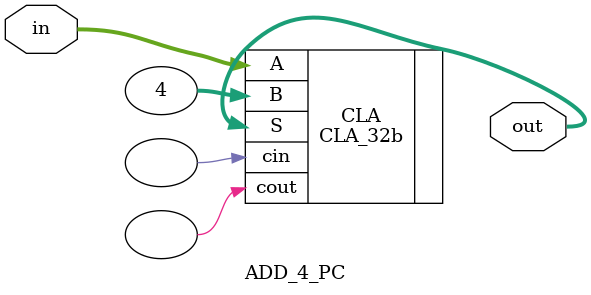
<source format=v>
`timescale 1ns / 1ps


module ADD_4_PC(in, out );
    
    input   [31:0]  in;
    
    output  [31:0]  out;
    
    CLA_32b CLA(
        .A(in),
        .B({32'b00000000000000000000000000000100}),
        .S(out),
        .cin(),
        .cout()
    );
    
endmodule

</source>
